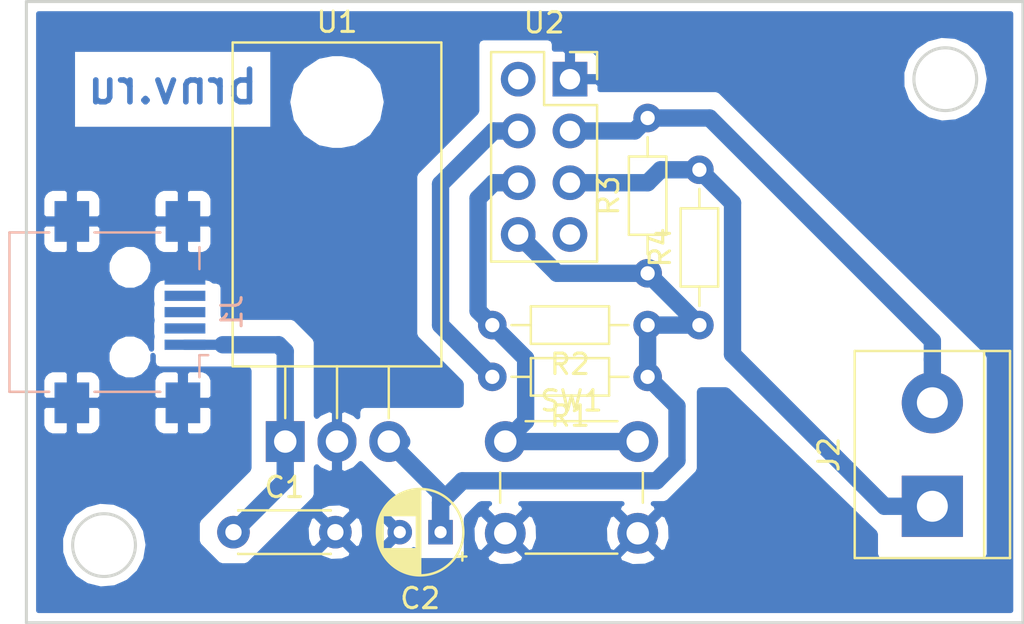
<source format=kicad_pcb>
(kicad_pcb (version 20171130) (host pcbnew "(5.0.0-3-g5ebb6b6)")

  (general
    (thickness 1.5)
    (drawings 7)
    (tracks 48)
    (zones 0)
    (modules 11)
    (nets 13)
  )

  (page A4)
  (layers
    (0 F.Cu signal)
    (31 B.Cu signal)
    (32 B.Adhes user hide)
    (33 F.Adhes user)
    (34 B.Paste user hide)
    (35 F.Paste user)
    (36 B.SilkS user hide)
    (37 F.SilkS user hide)
    (38 B.Mask user hide)
    (39 F.Mask user hide)
    (40 Dwgs.User user)
    (41 Cmts.User user)
    (42 Eco1.User user)
    (43 Eco2.User user)
    (44 Edge.Cuts user)
    (45 Margin user)
    (46 B.CrtYd user)
    (47 F.CrtYd user)
    (48 B.Fab user hide)
    (49 F.Fab user hide)
  )

  (setup
    (last_trace_width 0.85)
    (user_trace_width 0.5)
    (user_trace_width 0.85)
    (user_trace_width 1)
    (user_trace_width 1.5)
    (user_trace_width 2)
    (user_trace_width 2.5)
    (trace_clearance 0.5)
    (zone_clearance 0.4)
    (zone_45_only yes)
    (trace_min 0.2)
    (segment_width 0.2)
    (edge_width 0.15)
    (via_size 0.8)
    (via_drill 0.4)
    (via_min_size 0.4)
    (via_min_drill 0.3)
    (uvia_size 0.3)
    (uvia_drill 0.1)
    (uvias_allowed no)
    (uvia_min_size 0.2)
    (uvia_min_drill 0.1)
    (pcb_text_width 0.3)
    (pcb_text_size 1.5 1.5)
    (mod_edge_width 0.15)
    (mod_text_size 1 1)
    (mod_text_width 0.15)
    (pad_size 0.5 2)
    (pad_drill 0)
    (pad_to_mask_clearance 0.2)
    (aux_axis_origin 0 0)
    (visible_elements FFFBFF9F)
    (pcbplotparams
      (layerselection 0x00000_fffffffe)
      (usegerberextensions false)
      (usegerberattributes false)
      (usegerberadvancedattributes false)
      (creategerberjobfile false)
      (excludeedgelayer true)
      (linewidth 2.000000)
      (plotframeref false)
      (viasonmask false)
      (mode 1)
      (useauxorigin false)
      (hpglpennumber 1)
      (hpglpenspeed 20)
      (hpglpendiameter 15.000000)
      (psnegative false)
      (psa4output false)
      (plotreference true)
      (plotvalue true)
      (plotinvisibletext true)
      (padsonsilk false)
      (subtractmaskfromsilk false)
      (outputformat 4)
      (mirror true)
      (drillshape 1)
      (scaleselection 1)
      (outputdirectory ""))
  )

  (net 0 "")
  (net 1 "Net-(R1-Pad2)")
  (net 2 Earth)
  (net 3 "Net-(J2-Pad1)")
  (net 4 "Net-(J2-Pad2)")
  (net 5 "Net-(C2-Pad1)")
  (net 6 +5V)
  (net 7 "Net-(J1-Pad2)")
  (net 8 "Net-(J1-Pad3)")
  (net 9 "Net-(J1-Pad4)")
  (net 10 "Net-(R2-Pad2)")
  (net 11 "Net-(U2-Pad8)")
  (net 12 "Net-(U2-Pad1)")

  (net_class Default "This is the default net class."
    (clearance 0.5)
    (trace_width 0.25)
    (via_dia 0.8)
    (via_drill 0.4)
    (uvia_dia 0.3)
    (uvia_drill 0.1)
    (add_net Earth)
    (add_net "Net-(C2-Pad1)")
    (add_net "Net-(J1-Pad2)")
    (add_net "Net-(J1-Pad3)")
    (add_net "Net-(J1-Pad4)")
    (add_net "Net-(J2-Pad1)")
    (add_net "Net-(J2-Pad2)")
    (add_net "Net-(R1-Pad2)")
    (add_net "Net-(R2-Pad2)")
    (add_net "Net-(U2-Pad1)")
    (add_net "Net-(U2-Pad8)")
  )

  (net_class VCC ""
    (clearance 0.2)
    (trace_width 0.25)
    (via_dia 0.8)
    (via_drill 0.4)
    (uvia_dia 0.3)
    (uvia_drill 0.1)
    (add_net +5V)
  )

  (module Connector_USB:USB_Mini-B_Lumberg_2486_01_Horizontal (layer B.Cu) (tedit 5BA0030C) (tstamp 5B9F2E61)
    (at 131.445 98.425 90)
    (descr "USB Mini-B 5-pin SMD connector, http://downloads.lumberg.com/datenblaetter/en/2486_01.pdf")
    (tags "USB USB_B USB_Mini connector")
    (path /5B9D5CB0)
    (attr smd)
    (fp_text reference J1 (at 0 5 90) (layer B.SilkS)
      (effects (font (size 1 1) (thickness 0.15)) (justify mirror))
    )
    (fp_text value USB_B_Mini (at 0 -7.5 90) (layer B.Fab)
      (effects (font (size 1 1) (thickness 0.15)) (justify mirror))
    )
    (fp_line (start 2.35 4.2) (end -2.35 4.2) (layer B.CrtYd) (width 0.05))
    (fp_line (start 2.35 3.95) (end 2.35 4.2) (layer B.CrtYd) (width 0.05))
    (fp_line (start 4.35 -1.5) (end 5.95 -1.5) (layer B.CrtYd) (width 0.05))
    (fp_line (start 4.35 -4.2) (end 5.95 -4.2) (layer B.CrtYd) (width 0.05))
    (fp_line (start 4.35 -6.35) (end 4.35 -4.2) (layer B.CrtYd) (width 0.05))
    (fp_line (start 3.91 -5.91) (end -3.91 -5.91) (layer B.SilkS) (width 0.12))
    (fp_line (start -1.6 2.85) (end -1.25 3.35) (layer B.Fab) (width 0.1))
    (fp_line (start -2.11 3.41) (end -2.11 3.84) (layer B.SilkS) (width 0.12))
    (fp_text user %R (at 0 -1.6 -90) (layer B.Fab)
      (effects (font (size 1 1) (thickness 0.15)) (justify mirror))
    )
    (fp_line (start 3.91 -5.91) (end 3.91 -3.96) (layer B.SilkS) (width 0.12))
    (fp_line (start 3.91 -1.74) (end 3.91 1.49) (layer B.SilkS) (width 0.12))
    (fp_line (start 2.11 3.41) (end 3.19 3.41) (layer B.SilkS) (width 0.12))
    (fp_line (start -3.19 3.41) (end -2.11 3.41) (layer B.SilkS) (width 0.12))
    (fp_line (start -3.91 -1.74) (end -3.91 1.49) (layer B.SilkS) (width 0.12))
    (fp_line (start -3.91 -5.91) (end -3.91 -3.96) (layer B.SilkS) (width 0.12))
    (fp_line (start 3.85 -5.85) (end 3.85 3.35) (layer B.Fab) (width 0.1))
    (fp_line (start -3.85 -5.85) (end 3.85 -5.85) (layer B.Fab) (width 0.1))
    (fp_line (start -3.85 3.35) (end -3.85 -5.85) (layer B.Fab) (width 0.1))
    (fp_line (start -3.85 3.35) (end 3.85 3.35) (layer B.Fab) (width 0.1))
    (fp_line (start -4.35 -6.35) (end 4.35 -6.35) (layer B.CrtYd) (width 0.05))
    (fp_line (start 5.95 3.95) (end 2.35 3.95) (layer B.CrtYd) (width 0.05))
    (fp_line (start 5.95 -1.5) (end 5.95 -4.2) (layer B.CrtYd) (width 0.05))
    (fp_line (start -1.95 3.35) (end -1.6 2.85) (layer B.Fab) (width 0.1))
    (fp_line (start 4.35 1.25) (end 4.35 -1.5) (layer B.CrtYd) (width 0.05))
    (fp_line (start 4.35 1.25) (end 5.95 1.25) (layer B.CrtYd) (width 0.05))
    (fp_line (start 5.95 3.95) (end 5.95 1.25) (layer B.CrtYd) (width 0.05))
    (fp_line (start -2.35 3.95) (end -2.35 4.2) (layer B.CrtYd) (width 0.05))
    (fp_line (start -5.95 3.95) (end -2.35 3.95) (layer B.CrtYd) (width 0.05))
    (fp_line (start -5.95 3.95) (end -5.95 1.25) (layer B.CrtYd) (width 0.05))
    (fp_line (start -4.35 1.25) (end -5.95 1.25) (layer B.CrtYd) (width 0.05))
    (fp_line (start -4.35 1.25) (end -4.35 -1.5) (layer B.CrtYd) (width 0.05))
    (fp_line (start -4.35 -1.5) (end -5.95 -1.5) (layer B.CrtYd) (width 0.05))
    (fp_line (start -5.95 -1.5) (end -5.95 -4.2) (layer B.CrtYd) (width 0.05))
    (fp_line (start -4.35 -4.2) (end -5.95 -4.2) (layer B.CrtYd) (width 0.05))
    (fp_line (start -4.35 -6.35) (end -4.35 -4.2) (layer B.CrtYd) (width 0.05))
    (pad 1 smd rect (at -1.6 2.7 90) (size 0.5 2) (layers B.Cu B.Paste B.Mask)
      (net 6 +5V) (clearance 0.2))
    (pad 2 smd rect (at -0.8 2.7 90) (size 0.5 2) (layers B.Cu B.Paste B.Mask)
      (net 7 "Net-(J1-Pad2)") (clearance 0.2))
    (pad 3 smd rect (at 0 2.7 90) (size 0.5 2) (layers B.Cu B.Paste B.Mask)
      (net 8 "Net-(J1-Pad3)") (clearance 0.2))
    (pad 4 smd rect (at 0.8 2.7 90) (size 0.5 2) (layers B.Cu B.Paste B.Mask)
      (net 9 "Net-(J1-Pad4)") (solder_mask_margin 0.2) (solder_paste_margin -0.2) (clearance 0.2) (zone_connect 2) (thermal_width 0.1) (thermal_gap 0.1))
    (pad 5 smd rect (at 1.6 2.7 90) (size 0.5 2) (layers B.Cu B.Paste B.Mask)
      (net 2 Earth) (clearance 0.2) (zone_connect 2))
    (pad 6 smd rect (at -4.45 2.6 90) (size 2 1.7) (layers B.Cu B.Paste B.Mask)
      (net 2 Earth))
    (pad 6 smd rect (at -4.45 -2.85 90) (size 2 1.7) (layers B.Cu B.Paste B.Mask)
      (net 2 Earth))
    (pad 6 smd rect (at 4.45 2.6 90) (size 2 1.7) (layers B.Cu B.Paste B.Mask)
      (net 2 Earth))
    (pad 6 smd rect (at 4.45 -2.85 90) (size 2 1.7) (layers B.Cu B.Paste B.Mask)
      (net 2 Earth))
    (pad "" np_thru_hole circle (at -2.2 0 90) (size 1 1) (drill 1) (layers *.Cu *.Mask))
    (pad "" np_thru_hole circle (at 2.2 0 90) (size 1 1) (drill 1) (layers *.Cu *.Mask))
    (model ${KISYS3DMOD}/Connector_USB.3dshapes/USB_Mini-B_Lumberg_2486_01_Horizontal.wrl
      (at (xyz 0 0 0))
      (scale (xyz 1 1 1))
      (rotate (xyz 0 0 0))
    )
  )

  (module Capacitor_THT:C_Disc_D4.3mm_W1.9mm_P5.00mm (layer F.Cu) (tedit 5AE50EF0) (tstamp 5B9FF529)
    (at 136.525 109.22)
    (descr "C, Disc series, Radial, pin pitch=5.00mm, , diameter*width=4.3*1.9mm^2, Capacitor, http://www.vishay.com/docs/45233/krseries.pdf")
    (tags "C Disc series Radial pin pitch 5.00mm  diameter 4.3mm width 1.9mm Capacitor")
    (path /5B9D01B4)
    (fp_text reference C1 (at 2.5 -2.2) (layer F.SilkS)
      (effects (font (size 1 1) (thickness 0.15)))
    )
    (fp_text value C0.1mF (at 2.5 2.2) (layer F.Fab)
      (effects (font (size 1 1) (thickness 0.15)))
    )
    (fp_text user %R (at 2.5 0) (layer F.Fab)
      (effects (font (size 0.86 0.86) (thickness 0.129)))
    )
    (fp_line (start 6.05 -1.2) (end -1.05 -1.2) (layer F.CrtYd) (width 0.05))
    (fp_line (start 6.05 1.2) (end 6.05 -1.2) (layer F.CrtYd) (width 0.05))
    (fp_line (start -1.05 1.2) (end 6.05 1.2) (layer F.CrtYd) (width 0.05))
    (fp_line (start -1.05 -1.2) (end -1.05 1.2) (layer F.CrtYd) (width 0.05))
    (fp_line (start 4.77 1.055) (end 4.77 1.07) (layer F.SilkS) (width 0.12))
    (fp_line (start 4.77 -1.07) (end 4.77 -1.055) (layer F.SilkS) (width 0.12))
    (fp_line (start 0.23 1.055) (end 0.23 1.07) (layer F.SilkS) (width 0.12))
    (fp_line (start 0.23 -1.07) (end 0.23 -1.055) (layer F.SilkS) (width 0.12))
    (fp_line (start 0.23 1.07) (end 4.77 1.07) (layer F.SilkS) (width 0.12))
    (fp_line (start 0.23 -1.07) (end 4.77 -1.07) (layer F.SilkS) (width 0.12))
    (fp_line (start 4.65 -0.95) (end 0.35 -0.95) (layer F.Fab) (width 0.1))
    (fp_line (start 4.65 0.95) (end 4.65 -0.95) (layer F.Fab) (width 0.1))
    (fp_line (start 0.35 0.95) (end 4.65 0.95) (layer F.Fab) (width 0.1))
    (fp_line (start 0.35 -0.95) (end 0.35 0.95) (layer F.Fab) (width 0.1))
    (pad 2 thru_hole circle (at 5 0) (size 1.6 1.6) (drill 0.8) (layers *.Cu *.Mask)
      (net 2 Earth))
    (pad 1 thru_hole circle (at 0 0) (size 1.6 1.6) (drill 0.8) (layers *.Cu *.Mask)
      (net 6 +5V))
    (model ${KISYS3DMOD}/Capacitor_THT.3dshapes/C_Disc_D4.3mm_W1.9mm_P5.00mm.wrl
      (at (xyz 0 0 0))
      (scale (xyz 1 1 1))
      (rotate (xyz 0 0 0))
    )
  )

  (module Connector_PinSocket_2.54mm:PinSocket_2x04_P2.54mm_Vertical_Flip (layer F.Cu) (tedit 5B9CB6EA) (tstamp 5B9D8CC9)
    (at 153.035 86.995)
    (descr "Through hole straight socket strip, 2x04, 2.54mm pitch, double cols (from Kicad 4.0.7), script generated")
    (tags "Through hole socket strip THT 2x04 2.54mm double row")
    (path /5B9CAEC8)
    (fp_text reference U2 (at -1.27 -2.77) (layer F.SilkS)
      (effects (font (size 1 1) (thickness 0.15)))
    )
    (fp_text value ESP-01v090 (at -1.27 10.39) (layer F.Fab)
      (effects (font (size 1 1) (thickness 0.15)))
    )
    (fp_text user %R (at -1.27 3.81 90) (layer F.Fab)
      (effects (font (size 1 1) (thickness 0.15)))
    )
    (fp_line (start -4.34 9.4) (end -4.34 -1.8) (layer F.CrtYd) (width 0.05))
    (fp_line (start 1.76 9.4) (end -4.34 9.4) (layer F.CrtYd) (width 0.05))
    (fp_line (start 1.76 -1.8) (end 1.76 9.4) (layer F.CrtYd) (width 0.05))
    (fp_line (start -4.34 -1.8) (end 1.76 -1.8) (layer F.CrtYd) (width 0.05))
    (fp_line (start 0 -1.33) (end 1.33 -1.33) (layer F.SilkS) (width 0.12))
    (fp_line (start 1.33 -1.33) (end 1.33 0) (layer F.SilkS) (width 0.12))
    (fp_line (start -1.27 -1.33) (end -1.27 1.27) (layer F.SilkS) (width 0.12))
    (fp_line (start -1.27 1.27) (end 1.33 1.27) (layer F.SilkS) (width 0.12))
    (fp_line (start 1.33 1.27) (end 1.33 8.95) (layer F.SilkS) (width 0.12))
    (fp_line (start -3.87 8.95) (end 1.33 8.95) (layer F.SilkS) (width 0.12))
    (fp_line (start -3.87 -1.33) (end -3.87 8.95) (layer F.SilkS) (width 0.12))
    (fp_line (start -3.87 -1.33) (end -1.27 -1.33) (layer F.SilkS) (width 0.12))
    (fp_line (start -3.81 8.89) (end -3.81 -1.27) (layer F.Fab) (width 0.1))
    (fp_line (start 1.27 8.89) (end -3.81 8.89) (layer F.Fab) (width 0.1))
    (fp_line (start 1.27 -0.27) (end 1.27 8.89) (layer F.Fab) (width 0.1))
    (fp_line (start 0.27 -1.27) (end 1.27 -0.27) (layer F.Fab) (width 0.1))
    (fp_line (start -3.81 -1.27) (end 0.27 -1.27) (layer F.Fab) (width 0.1))
    (pad 7 thru_hole oval (at -2.54 7.62) (size 1.7 1.7) (drill 1) (layers *.Cu *.Mask)
      (net 5 "Net-(C2-Pad1)"))
    (pad 8 thru_hole oval (at 0 7.62) (size 1.7 1.7) (drill 1) (layers *.Cu *.Mask)
      (net 11 "Net-(U2-Pad8)"))
    (pad 5 thru_hole oval (at -2.54 5.08) (size 1.7 1.7) (drill 1) (layers *.Cu *.Mask)
      (net 10 "Net-(R2-Pad2)"))
    (pad 6 thru_hole oval (at 0 5.08) (size 1.7 1.7) (drill 1) (layers *.Cu *.Mask)
      (net 4 "Net-(J2-Pad2)"))
    (pad 3 thru_hole oval (at -2.54 2.54) (size 1.7 1.7) (drill 1) (layers *.Cu *.Mask)
      (net 1 "Net-(R1-Pad2)"))
    (pad 4 thru_hole oval (at 0 2.54) (size 1.7 1.7) (drill 1) (layers *.Cu *.Mask)
      (net 3 "Net-(J2-Pad1)"))
    (pad 1 thru_hole oval (at -2.54 0) (size 1.7 1.7) (drill 1) (layers *.Cu *.Mask)
      (net 12 "Net-(U2-Pad1)"))
    (pad 2 thru_hole rect (at 0 0) (size 1.7 1.7) (drill 1) (layers *.Cu *.Mask)
      (net 2 Earth))
    (model ${KISYS3DMOD}/Connector_PinSocket_2.54mm.3dshapes/PinSocket_2x04_P2.54mm_Vertical.wrl
      (at (xyz 0 0 0))
      (scale (xyz 1 1 1))
      (rotate (xyz 0 0 0))
    )
  )

  (module Package_TO_SOT_THT:TO-220-3_Horizontal_TabDown (layer F.Cu) (tedit 5AC8BA0D) (tstamp 5B9D8C48)
    (at 139.065 104.775)
    (descr "TO-220-3, Horizontal, RM 2.54mm, see https://www.vishay.com/docs/66542/to-220-1.pdf")
    (tags "TO-220-3 Horizontal RM 2.54mm")
    (path /5B9CFE45)
    (fp_text reference U1 (at 2.54 -20.58) (layer F.SilkS)
      (effects (font (size 1 1) (thickness 0.15)))
    )
    (fp_text value LM2937xS (at 2.54 2) (layer F.Fab)
      (effects (font (size 1 1) (thickness 0.15)))
    )
    (fp_circle (center 2.54 -16.66) (end 4.39 -16.66) (layer F.Fab) (width 0.1))
    (fp_line (start -2.46 -13.06) (end -2.46 -19.46) (layer F.Fab) (width 0.1))
    (fp_line (start -2.46 -19.46) (end 7.54 -19.46) (layer F.Fab) (width 0.1))
    (fp_line (start 7.54 -19.46) (end 7.54 -13.06) (layer F.Fab) (width 0.1))
    (fp_line (start 7.54 -13.06) (end -2.46 -13.06) (layer F.Fab) (width 0.1))
    (fp_line (start -2.46 -3.81) (end -2.46 -13.06) (layer F.Fab) (width 0.1))
    (fp_line (start -2.46 -13.06) (end 7.54 -13.06) (layer F.Fab) (width 0.1))
    (fp_line (start 7.54 -13.06) (end 7.54 -3.81) (layer F.Fab) (width 0.1))
    (fp_line (start 7.54 -3.81) (end -2.46 -3.81) (layer F.Fab) (width 0.1))
    (fp_line (start 0 -3.81) (end 0 0) (layer F.Fab) (width 0.1))
    (fp_line (start 2.54 -3.81) (end 2.54 0) (layer F.Fab) (width 0.1))
    (fp_line (start 5.08 -3.81) (end 5.08 0) (layer F.Fab) (width 0.1))
    (fp_line (start -2.58 -3.69) (end 7.66 -3.69) (layer F.SilkS) (width 0.12))
    (fp_line (start -2.58 -19.58) (end 7.66 -19.58) (layer F.SilkS) (width 0.12))
    (fp_line (start -2.58 -19.58) (end -2.58 -3.69) (layer F.SilkS) (width 0.12))
    (fp_line (start 7.66 -19.58) (end 7.66 -3.69) (layer F.SilkS) (width 0.12))
    (fp_line (start 0 -3.69) (end 0 -1.15) (layer F.SilkS) (width 0.12))
    (fp_line (start 2.54 -3.69) (end 2.54 -1.15) (layer F.SilkS) (width 0.12))
    (fp_line (start 5.08 -3.69) (end 5.08 -1.15) (layer F.SilkS) (width 0.12))
    (fp_line (start -2.71 -19.71) (end -2.71 1.25) (layer F.CrtYd) (width 0.05))
    (fp_line (start -2.71 1.25) (end 7.79 1.25) (layer F.CrtYd) (width 0.05))
    (fp_line (start 7.79 1.25) (end 7.79 -19.71) (layer F.CrtYd) (width 0.05))
    (fp_line (start 7.79 -19.71) (end -2.71 -19.71) (layer F.CrtYd) (width 0.05))
    (fp_text user %R (at 2.54 -20.58) (layer F.Fab)
      (effects (font (size 1 1) (thickness 0.15)))
    )
    (pad "" np_thru_hole oval (at 2.54 -16.66) (size 3.5 3.5) (drill 3.5) (layers *.Cu *.Mask))
    (pad 1 thru_hole rect (at 0 0) (size 1.905 2) (drill 1.1) (layers *.Cu *.Mask)
      (net 6 +5V))
    (pad 2 thru_hole oval (at 2.54 0) (size 1.905 2) (drill 1.1) (layers *.Cu *.Mask)
      (net 2 Earth))
    (pad 3 thru_hole oval (at 5.08 0) (size 1.905 2) (drill 1.1) (layers *.Cu *.Mask)
      (net 5 "Net-(C2-Pad1)"))
    (model ${KISYS3DMOD}/Package_TO_SOT_THT.3dshapes/TO-220-3_Horizontal_TabDown.wrl
      (at (xyz 0 0 0))
      (scale (xyz 1 1 1))
      (rotate (xyz 0 0 0))
    )
  )

  (module Button_Switch_THT:SW_PUSH_6mm_H5mm (layer F.Cu) (tedit 5A02FE31) (tstamp 5BA180EB)
    (at 149.86 104.775)
    (descr "tactile push button, 6x6mm e.g. PHAP33xx series, height=5mm")
    (tags "tact sw push 6mm")
    (path /5B9DBDCA)
    (fp_text reference SW1 (at 3.25 -2) (layer F.SilkS)
      (effects (font (size 1 1) (thickness 0.15)))
    )
    (fp_text value SW_Push (at 3.75 6.7) (layer F.Fab)
      (effects (font (size 1 1) (thickness 0.15)))
    )
    (fp_text user %R (at 3.25 2.25) (layer F.Fab)
      (effects (font (size 1 1) (thickness 0.15)))
    )
    (fp_line (start 3.25 -0.75) (end 6.25 -0.75) (layer F.Fab) (width 0.1))
    (fp_line (start 6.25 -0.75) (end 6.25 5.25) (layer F.Fab) (width 0.1))
    (fp_line (start 6.25 5.25) (end 0.25 5.25) (layer F.Fab) (width 0.1))
    (fp_line (start 0.25 5.25) (end 0.25 -0.75) (layer F.Fab) (width 0.1))
    (fp_line (start 0.25 -0.75) (end 3.25 -0.75) (layer F.Fab) (width 0.1))
    (fp_line (start 7.75 6) (end 8 6) (layer F.CrtYd) (width 0.05))
    (fp_line (start 8 6) (end 8 5.75) (layer F.CrtYd) (width 0.05))
    (fp_line (start 7.75 -1.5) (end 8 -1.5) (layer F.CrtYd) (width 0.05))
    (fp_line (start 8 -1.5) (end 8 -1.25) (layer F.CrtYd) (width 0.05))
    (fp_line (start -1.5 -1.25) (end -1.5 -1.5) (layer F.CrtYd) (width 0.05))
    (fp_line (start -1.5 -1.5) (end -1.25 -1.5) (layer F.CrtYd) (width 0.05))
    (fp_line (start -1.5 5.75) (end -1.5 6) (layer F.CrtYd) (width 0.05))
    (fp_line (start -1.5 6) (end -1.25 6) (layer F.CrtYd) (width 0.05))
    (fp_line (start -1.25 -1.5) (end 7.75 -1.5) (layer F.CrtYd) (width 0.05))
    (fp_line (start -1.5 5.75) (end -1.5 -1.25) (layer F.CrtYd) (width 0.05))
    (fp_line (start 7.75 6) (end -1.25 6) (layer F.CrtYd) (width 0.05))
    (fp_line (start 8 -1.25) (end 8 5.75) (layer F.CrtYd) (width 0.05))
    (fp_line (start 1 5.5) (end 5.5 5.5) (layer F.SilkS) (width 0.12))
    (fp_line (start -0.25 1.5) (end -0.25 3) (layer F.SilkS) (width 0.12))
    (fp_line (start 5.5 -1) (end 1 -1) (layer F.SilkS) (width 0.12))
    (fp_line (start 6.75 3) (end 6.75 1.5) (layer F.SilkS) (width 0.12))
    (fp_circle (center 3.25 2.25) (end 1.25 2.5) (layer F.Fab) (width 0.1))
    (pad 2 thru_hole circle (at 0 4.5 90) (size 2 2) (drill 1.1) (layers *.Cu *.Mask)
      (net 2 Earth))
    (pad 1 thru_hole circle (at 0 0 90) (size 2 2) (drill 1.1) (layers *.Cu *.Mask)
      (net 10 "Net-(R2-Pad2)"))
    (pad 2 thru_hole circle (at 6.5 4.5 90) (size 2 2) (drill 1.1) (layers *.Cu *.Mask)
      (net 2 Earth))
    (pad 1 thru_hole circle (at 6.5 0 90) (size 2 2) (drill 1.1) (layers *.Cu *.Mask)
      (net 10 "Net-(R2-Pad2)"))
    (model ${KISYS3DMOD}/Button_Switch_THT.3dshapes/SW_PUSH_6mm_H5mm.wrl
      (at (xyz 0 0 0))
      (scale (xyz 1 1 1))
      (rotate (xyz 0 0 0))
    )
  )

  (module Resistor_THT:R_Axial_DIN0204_L3.6mm_D1.6mm_P7.62mm_Horizontal (layer F.Cu) (tedit 5AE5139B) (tstamp 5B9DF1EC)
    (at 159.385 99.06 90)
    (descr "Resistor, Axial_DIN0204 series, Axial, Horizontal, pin pitch=7.62mm, 0.167W, length*diameter=3.6*1.6mm^2, http://cdn-reichelt.de/documents/datenblatt/B400/1_4W%23YAG.pdf")
    (tags "Resistor Axial_DIN0204 series Axial Horizontal pin pitch 7.62mm 0.167W length 3.6mm diameter 1.6mm")
    (path /5B9CA7C2)
    (fp_text reference R4 (at 3.81 -1.92 90) (layer F.SilkS)
      (effects (font (size 1 1) (thickness 0.15)))
    )
    (fp_text value R10k (at 3.81 1.92 90) (layer F.Fab)
      (effects (font (size 1 1) (thickness 0.15)))
    )
    (fp_line (start 2.01 -0.8) (end 2.01 0.8) (layer F.Fab) (width 0.1))
    (fp_line (start 2.01 0.8) (end 5.61 0.8) (layer F.Fab) (width 0.1))
    (fp_line (start 5.61 0.8) (end 5.61 -0.8) (layer F.Fab) (width 0.1))
    (fp_line (start 5.61 -0.8) (end 2.01 -0.8) (layer F.Fab) (width 0.1))
    (fp_line (start 0 0) (end 2.01 0) (layer F.Fab) (width 0.1))
    (fp_line (start 7.62 0) (end 5.61 0) (layer F.Fab) (width 0.1))
    (fp_line (start 1.89 -0.92) (end 1.89 0.92) (layer F.SilkS) (width 0.12))
    (fp_line (start 1.89 0.92) (end 5.73 0.92) (layer F.SilkS) (width 0.12))
    (fp_line (start 5.73 0.92) (end 5.73 -0.92) (layer F.SilkS) (width 0.12))
    (fp_line (start 5.73 -0.92) (end 1.89 -0.92) (layer F.SilkS) (width 0.12))
    (fp_line (start 0.94 0) (end 1.89 0) (layer F.SilkS) (width 0.12))
    (fp_line (start 6.68 0) (end 5.73 0) (layer F.SilkS) (width 0.12))
    (fp_line (start -0.95 -1.05) (end -0.95 1.05) (layer F.CrtYd) (width 0.05))
    (fp_line (start -0.95 1.05) (end 8.57 1.05) (layer F.CrtYd) (width 0.05))
    (fp_line (start 8.57 1.05) (end 8.57 -1.05) (layer F.CrtYd) (width 0.05))
    (fp_line (start 8.57 -1.05) (end -0.95 -1.05) (layer F.CrtYd) (width 0.05))
    (fp_text user %R (at 3.81 0 90) (layer F.Fab)
      (effects (font (size 0.72 0.72) (thickness 0.108)))
    )
    (pad 1 thru_hole circle (at 0 0 90) (size 1.4 1.4) (drill 0.7) (layers *.Cu *.Mask)
      (net 5 "Net-(C2-Pad1)"))
    (pad 2 thru_hole oval (at 7.62 0 90) (size 1.4 1.4) (drill 0.7) (layers *.Cu *.Mask)
      (net 4 "Net-(J2-Pad2)"))
    (model ${KISYS3DMOD}/Resistor_THT.3dshapes/R_Axial_DIN0204_L3.6mm_D1.6mm_P7.62mm_Horizontal.wrl
      (at (xyz 0 0 0))
      (scale (xyz 1 1 1))
      (rotate (xyz 0 0 0))
    )
  )

  (module TerminalBlock:TerminalBlock_bornier-2_P5.08mm (layer F.Cu) (tedit 5B9CB840) (tstamp 5B9DF1AE)
    (at 170.815 107.95 90)
    (descr "simple 2-pin terminal block, pitch 5.08mm, revamped version of bornier2")
    (tags "terminal block bornier2")
    (path /5B9CFFB5)
    (fp_text reference J2 (at 2.54 -5.08 90) (layer F.SilkS)
      (effects (font (size 1 1) (thickness 0.15)))
    )
    (fp_text value Screw_Terminal_01x02 (at 2.54 5.08 90) (layer F.Fab)
      (effects (font (size 1 1) (thickness 0.15)))
    )
    (fp_text user %R (at 2.54 0 90) (layer F.Fab)
      (effects (font (size 1 1) (thickness 0.15)))
    )
    (fp_line (start -2.41 2.55) (end 7.49 2.55) (layer F.Fab) (width 0.1))
    (fp_line (start -2.46 -3.75) (end -2.46 3.75) (layer F.Fab) (width 0.1))
    (fp_line (start -2.46 3.75) (end 7.54 3.75) (layer F.Fab) (width 0.1))
    (fp_line (start 7.54 3.75) (end 7.54 -3.75) (layer F.Fab) (width 0.1))
    (fp_line (start 7.54 -3.75) (end -2.46 -3.75) (layer F.Fab) (width 0.1))
    (fp_line (start 7.62 2.54) (end -2.54 2.54) (layer F.SilkS) (width 0.12))
    (fp_line (start 7.62 3.81) (end 7.62 -3.81) (layer F.SilkS) (width 0.12))
    (fp_line (start 7.62 -3.81) (end -2.54 -3.81) (layer F.SilkS) (width 0.12))
    (fp_line (start -2.54 -3.81) (end -2.54 3.81) (layer F.SilkS) (width 0.12))
    (fp_line (start -2.54 3.81) (end 7.62 3.81) (layer F.SilkS) (width 0.12))
    (fp_line (start -2.71 -4) (end 7.79 -4) (layer F.CrtYd) (width 0.05))
    (fp_line (start -2.71 -4) (end -2.71 4) (layer F.CrtYd) (width 0.05))
    (fp_line (start 7.79 4) (end 7.79 -4) (layer F.CrtYd) (width 0.05))
    (fp_line (start 7.79 4) (end -2.71 4) (layer F.CrtYd) (width 0.05))
    (pad 2 thru_hole rect (at 0 0 90) (size 3 3) (drill 1.52) (layers *.Cu *.Mask)
      (net 4 "Net-(J2-Pad2)"))
    (pad 1 thru_hole circle (at 5.08 0 90) (size 3 3) (drill 1.52) (layers *.Cu *.Mask)
      (net 3 "Net-(J2-Pad1)"))
    (model ${KISYS3DMOD}/TerminalBlock.3dshapes/TerminalBlock_bornier-2_P5.08mm.wrl
      (offset (xyz 2.539999961853027 0 0))
      (scale (xyz 1 1 1))
      (rotate (xyz 0 0 0))
    )
  )

  (module Capacitor_THT:CP_Radial_D4.0mm_P2.00mm (layer F.Cu) (tedit 5AE50EF0) (tstamp 5B9F2F31)
    (at 146.685 109.22 180)
    (descr "CP, Radial series, Radial, pin pitch=2.00mm, , diameter=4mm, Electrolytic Capacitor")
    (tags "CP Radial series Radial pin pitch 2.00mm  diameter 4mm Electrolytic Capacitor")
    (path /5B9D02DB)
    (fp_text reference C2 (at 1 -3.25 180) (layer F.SilkS)
      (effects (font (size 1 1) (thickness 0.15)))
    )
    (fp_text value CP10mF (at 1 3.25 180) (layer F.Fab)
      (effects (font (size 1 1) (thickness 0.15)))
    )
    (fp_circle (center 1 0) (end 3 0) (layer F.Fab) (width 0.1))
    (fp_circle (center 1 0) (end 3.12 0) (layer F.SilkS) (width 0.12))
    (fp_circle (center 1 0) (end 3.25 0) (layer F.CrtYd) (width 0.05))
    (fp_line (start -0.702554 -0.8675) (end -0.302554 -0.8675) (layer F.Fab) (width 0.1))
    (fp_line (start -0.502554 -1.0675) (end -0.502554 -0.6675) (layer F.Fab) (width 0.1))
    (fp_line (start 1 -2.08) (end 1 2.08) (layer F.SilkS) (width 0.12))
    (fp_line (start 1.04 -2.08) (end 1.04 2.08) (layer F.SilkS) (width 0.12))
    (fp_line (start 1.08 -2.079) (end 1.08 2.079) (layer F.SilkS) (width 0.12))
    (fp_line (start 1.12 -2.077) (end 1.12 2.077) (layer F.SilkS) (width 0.12))
    (fp_line (start 1.16 -2.074) (end 1.16 2.074) (layer F.SilkS) (width 0.12))
    (fp_line (start 1.2 -2.071) (end 1.2 -0.84) (layer F.SilkS) (width 0.12))
    (fp_line (start 1.2 0.84) (end 1.2 2.071) (layer F.SilkS) (width 0.12))
    (fp_line (start 1.24 -2.067) (end 1.24 -0.84) (layer F.SilkS) (width 0.12))
    (fp_line (start 1.24 0.84) (end 1.24 2.067) (layer F.SilkS) (width 0.12))
    (fp_line (start 1.28 -2.062) (end 1.28 -0.84) (layer F.SilkS) (width 0.12))
    (fp_line (start 1.28 0.84) (end 1.28 2.062) (layer F.SilkS) (width 0.12))
    (fp_line (start 1.32 -2.056) (end 1.32 -0.84) (layer F.SilkS) (width 0.12))
    (fp_line (start 1.32 0.84) (end 1.32 2.056) (layer F.SilkS) (width 0.12))
    (fp_line (start 1.36 -2.05) (end 1.36 -0.84) (layer F.SilkS) (width 0.12))
    (fp_line (start 1.36 0.84) (end 1.36 2.05) (layer F.SilkS) (width 0.12))
    (fp_line (start 1.4 -2.042) (end 1.4 -0.84) (layer F.SilkS) (width 0.12))
    (fp_line (start 1.4 0.84) (end 1.4 2.042) (layer F.SilkS) (width 0.12))
    (fp_line (start 1.44 -2.034) (end 1.44 -0.84) (layer F.SilkS) (width 0.12))
    (fp_line (start 1.44 0.84) (end 1.44 2.034) (layer F.SilkS) (width 0.12))
    (fp_line (start 1.48 -2.025) (end 1.48 -0.84) (layer F.SilkS) (width 0.12))
    (fp_line (start 1.48 0.84) (end 1.48 2.025) (layer F.SilkS) (width 0.12))
    (fp_line (start 1.52 -2.016) (end 1.52 -0.84) (layer F.SilkS) (width 0.12))
    (fp_line (start 1.52 0.84) (end 1.52 2.016) (layer F.SilkS) (width 0.12))
    (fp_line (start 1.56 -2.005) (end 1.56 -0.84) (layer F.SilkS) (width 0.12))
    (fp_line (start 1.56 0.84) (end 1.56 2.005) (layer F.SilkS) (width 0.12))
    (fp_line (start 1.6 -1.994) (end 1.6 -0.84) (layer F.SilkS) (width 0.12))
    (fp_line (start 1.6 0.84) (end 1.6 1.994) (layer F.SilkS) (width 0.12))
    (fp_line (start 1.64 -1.982) (end 1.64 -0.84) (layer F.SilkS) (width 0.12))
    (fp_line (start 1.64 0.84) (end 1.64 1.982) (layer F.SilkS) (width 0.12))
    (fp_line (start 1.68 -1.968) (end 1.68 -0.84) (layer F.SilkS) (width 0.12))
    (fp_line (start 1.68 0.84) (end 1.68 1.968) (layer F.SilkS) (width 0.12))
    (fp_line (start 1.721 -1.954) (end 1.721 -0.84) (layer F.SilkS) (width 0.12))
    (fp_line (start 1.721 0.84) (end 1.721 1.954) (layer F.SilkS) (width 0.12))
    (fp_line (start 1.761 -1.94) (end 1.761 -0.84) (layer F.SilkS) (width 0.12))
    (fp_line (start 1.761 0.84) (end 1.761 1.94) (layer F.SilkS) (width 0.12))
    (fp_line (start 1.801 -1.924) (end 1.801 -0.84) (layer F.SilkS) (width 0.12))
    (fp_line (start 1.801 0.84) (end 1.801 1.924) (layer F.SilkS) (width 0.12))
    (fp_line (start 1.841 -1.907) (end 1.841 -0.84) (layer F.SilkS) (width 0.12))
    (fp_line (start 1.841 0.84) (end 1.841 1.907) (layer F.SilkS) (width 0.12))
    (fp_line (start 1.881 -1.889) (end 1.881 -0.84) (layer F.SilkS) (width 0.12))
    (fp_line (start 1.881 0.84) (end 1.881 1.889) (layer F.SilkS) (width 0.12))
    (fp_line (start 1.921 -1.87) (end 1.921 -0.84) (layer F.SilkS) (width 0.12))
    (fp_line (start 1.921 0.84) (end 1.921 1.87) (layer F.SilkS) (width 0.12))
    (fp_line (start 1.961 -1.851) (end 1.961 -0.84) (layer F.SilkS) (width 0.12))
    (fp_line (start 1.961 0.84) (end 1.961 1.851) (layer F.SilkS) (width 0.12))
    (fp_line (start 2.001 -1.83) (end 2.001 -0.84) (layer F.SilkS) (width 0.12))
    (fp_line (start 2.001 0.84) (end 2.001 1.83) (layer F.SilkS) (width 0.12))
    (fp_line (start 2.041 -1.808) (end 2.041 -0.84) (layer F.SilkS) (width 0.12))
    (fp_line (start 2.041 0.84) (end 2.041 1.808) (layer F.SilkS) (width 0.12))
    (fp_line (start 2.081 -1.785) (end 2.081 -0.84) (layer F.SilkS) (width 0.12))
    (fp_line (start 2.081 0.84) (end 2.081 1.785) (layer F.SilkS) (width 0.12))
    (fp_line (start 2.121 -1.76) (end 2.121 -0.84) (layer F.SilkS) (width 0.12))
    (fp_line (start 2.121 0.84) (end 2.121 1.76) (layer F.SilkS) (width 0.12))
    (fp_line (start 2.161 -1.735) (end 2.161 -0.84) (layer F.SilkS) (width 0.12))
    (fp_line (start 2.161 0.84) (end 2.161 1.735) (layer F.SilkS) (width 0.12))
    (fp_line (start 2.201 -1.708) (end 2.201 -0.84) (layer F.SilkS) (width 0.12))
    (fp_line (start 2.201 0.84) (end 2.201 1.708) (layer F.SilkS) (width 0.12))
    (fp_line (start 2.241 -1.68) (end 2.241 -0.84) (layer F.SilkS) (width 0.12))
    (fp_line (start 2.241 0.84) (end 2.241 1.68) (layer F.SilkS) (width 0.12))
    (fp_line (start 2.281 -1.65) (end 2.281 -0.84) (layer F.SilkS) (width 0.12))
    (fp_line (start 2.281 0.84) (end 2.281 1.65) (layer F.SilkS) (width 0.12))
    (fp_line (start 2.321 -1.619) (end 2.321 -0.84) (layer F.SilkS) (width 0.12))
    (fp_line (start 2.321 0.84) (end 2.321 1.619) (layer F.SilkS) (width 0.12))
    (fp_line (start 2.361 -1.587) (end 2.361 -0.84) (layer F.SilkS) (width 0.12))
    (fp_line (start 2.361 0.84) (end 2.361 1.587) (layer F.SilkS) (width 0.12))
    (fp_line (start 2.401 -1.552) (end 2.401 -0.84) (layer F.SilkS) (width 0.12))
    (fp_line (start 2.401 0.84) (end 2.401 1.552) (layer F.SilkS) (width 0.12))
    (fp_line (start 2.441 -1.516) (end 2.441 -0.84) (layer F.SilkS) (width 0.12))
    (fp_line (start 2.441 0.84) (end 2.441 1.516) (layer F.SilkS) (width 0.12))
    (fp_line (start 2.481 -1.478) (end 2.481 -0.84) (layer F.SilkS) (width 0.12))
    (fp_line (start 2.481 0.84) (end 2.481 1.478) (layer F.SilkS) (width 0.12))
    (fp_line (start 2.521 -1.438) (end 2.521 -0.84) (layer F.SilkS) (width 0.12))
    (fp_line (start 2.521 0.84) (end 2.521 1.438) (layer F.SilkS) (width 0.12))
    (fp_line (start 2.561 -1.396) (end 2.561 -0.84) (layer F.SilkS) (width 0.12))
    (fp_line (start 2.561 0.84) (end 2.561 1.396) (layer F.SilkS) (width 0.12))
    (fp_line (start 2.601 -1.351) (end 2.601 -0.84) (layer F.SilkS) (width 0.12))
    (fp_line (start 2.601 0.84) (end 2.601 1.351) (layer F.SilkS) (width 0.12))
    (fp_line (start 2.641 -1.304) (end 2.641 -0.84) (layer F.SilkS) (width 0.12))
    (fp_line (start 2.641 0.84) (end 2.641 1.304) (layer F.SilkS) (width 0.12))
    (fp_line (start 2.681 -1.254) (end 2.681 -0.84) (layer F.SilkS) (width 0.12))
    (fp_line (start 2.681 0.84) (end 2.681 1.254) (layer F.SilkS) (width 0.12))
    (fp_line (start 2.721 -1.2) (end 2.721 -0.84) (layer F.SilkS) (width 0.12))
    (fp_line (start 2.721 0.84) (end 2.721 1.2) (layer F.SilkS) (width 0.12))
    (fp_line (start 2.761 -1.142) (end 2.761 -0.84) (layer F.SilkS) (width 0.12))
    (fp_line (start 2.761 0.84) (end 2.761 1.142) (layer F.SilkS) (width 0.12))
    (fp_line (start 2.801 -1.08) (end 2.801 -0.84) (layer F.SilkS) (width 0.12))
    (fp_line (start 2.801 0.84) (end 2.801 1.08) (layer F.SilkS) (width 0.12))
    (fp_line (start 2.841 -1.013) (end 2.841 1.013) (layer F.SilkS) (width 0.12))
    (fp_line (start 2.881 -0.94) (end 2.881 0.94) (layer F.SilkS) (width 0.12))
    (fp_line (start 2.921 -0.859) (end 2.921 0.859) (layer F.SilkS) (width 0.12))
    (fp_line (start 2.961 -0.768) (end 2.961 0.768) (layer F.SilkS) (width 0.12))
    (fp_line (start 3.001 -0.664) (end 3.001 0.664) (layer F.SilkS) (width 0.12))
    (fp_line (start 3.041 -0.537) (end 3.041 0.537) (layer F.SilkS) (width 0.12))
    (fp_line (start 3.081 -0.37) (end 3.081 0.37) (layer F.SilkS) (width 0.12))
    (fp_line (start -1.269801 -1.195) (end -0.869801 -1.195) (layer F.SilkS) (width 0.12))
    (fp_line (start -1.069801 -1.395) (end -1.069801 -0.995) (layer F.SilkS) (width 0.12))
    (fp_text user %R (at 1 0 180) (layer F.Fab)
      (effects (font (size 0.8 0.8) (thickness 0.12)))
    )
    (pad 1 thru_hole rect (at 0 0 180) (size 1.2 1.2) (drill 0.6) (layers *.Cu *.Mask)
      (net 5 "Net-(C2-Pad1)"))
    (pad 2 thru_hole circle (at 2 0 180) (size 1.2 1.2) (drill 0.6) (layers *.Cu *.Mask)
      (net 2 Earth))
    (model ${KISYS3DMOD}/Capacitor_THT.3dshapes/CP_Radial_D4.0mm_P2.00mm.wrl
      (at (xyz 0 0 0))
      (scale (xyz 1 1 1))
      (rotate (xyz 0 0 0))
    )
  )

  (module Resistor_THT:R_Axial_DIN0204_L3.6mm_D1.6mm_P7.62mm_Horizontal (layer F.Cu) (tedit 5AE5139B) (tstamp 5B9DF16E)
    (at 156.845 96.52 90)
    (descr "Resistor, Axial_DIN0204 series, Axial, Horizontal, pin pitch=7.62mm, 0.167W, length*diameter=3.6*1.6mm^2, http://cdn-reichelt.de/documents/datenblatt/B400/1_4W%23YAG.pdf")
    (tags "Resistor Axial_DIN0204 series Axial Horizontal pin pitch 7.62mm 0.167W length 3.6mm diameter 1.6mm")
    (path /5B9CA81E)
    (fp_text reference R3 (at 3.81 -1.92 90) (layer F.SilkS)
      (effects (font (size 1 1) (thickness 0.15)))
    )
    (fp_text value R10k (at 3.81 1.92 90) (layer F.Fab)
      (effects (font (size 1 1) (thickness 0.15)))
    )
    (fp_text user %R (at 3.81 0 90) (layer F.Fab)
      (effects (font (size 0.72 0.72) (thickness 0.108)))
    )
    (fp_line (start 8.57 -1.05) (end -0.95 -1.05) (layer F.CrtYd) (width 0.05))
    (fp_line (start 8.57 1.05) (end 8.57 -1.05) (layer F.CrtYd) (width 0.05))
    (fp_line (start -0.95 1.05) (end 8.57 1.05) (layer F.CrtYd) (width 0.05))
    (fp_line (start -0.95 -1.05) (end -0.95 1.05) (layer F.CrtYd) (width 0.05))
    (fp_line (start 6.68 0) (end 5.73 0) (layer F.SilkS) (width 0.12))
    (fp_line (start 0.94 0) (end 1.89 0) (layer F.SilkS) (width 0.12))
    (fp_line (start 5.73 -0.92) (end 1.89 -0.92) (layer F.SilkS) (width 0.12))
    (fp_line (start 5.73 0.92) (end 5.73 -0.92) (layer F.SilkS) (width 0.12))
    (fp_line (start 1.89 0.92) (end 5.73 0.92) (layer F.SilkS) (width 0.12))
    (fp_line (start 1.89 -0.92) (end 1.89 0.92) (layer F.SilkS) (width 0.12))
    (fp_line (start 7.62 0) (end 5.61 0) (layer F.Fab) (width 0.1))
    (fp_line (start 0 0) (end 2.01 0) (layer F.Fab) (width 0.1))
    (fp_line (start 5.61 -0.8) (end 2.01 -0.8) (layer F.Fab) (width 0.1))
    (fp_line (start 5.61 0.8) (end 5.61 -0.8) (layer F.Fab) (width 0.1))
    (fp_line (start 2.01 0.8) (end 5.61 0.8) (layer F.Fab) (width 0.1))
    (fp_line (start 2.01 -0.8) (end 2.01 0.8) (layer F.Fab) (width 0.1))
    (pad 2 thru_hole oval (at 7.62 0 90) (size 1.4 1.4) (drill 0.7) (layers *.Cu *.Mask)
      (net 3 "Net-(J2-Pad1)"))
    (pad 1 thru_hole circle (at 0 0 90) (size 1.4 1.4) (drill 0.7) (layers *.Cu *.Mask)
      (net 5 "Net-(C2-Pad1)"))
    (model ${KISYS3DMOD}/Resistor_THT.3dshapes/R_Axial_DIN0204_L3.6mm_D1.6mm_P7.62mm_Horizontal.wrl
      (at (xyz 0 0 0))
      (scale (xyz 1 1 1))
      (rotate (xyz 0 0 0))
    )
  )

  (module Resistor_THT:R_Axial_DIN0204_L3.6mm_D1.6mm_P7.62mm_Horizontal (layer F.Cu) (tedit 5B9D6454) (tstamp 5B9EAAE4)
    (at 156.845 101.6 180)
    (descr "Resistor, Axial_DIN0204 series, Axial, Horizontal, pin pitch=7.62mm, 0.167W, length*diameter=3.6*1.6mm^2, http://cdn-reichelt.de/documents/datenblatt/B400/1_4W%23YAG.pdf")
    (tags "Resistor Axial_DIN0204 series Axial Horizontal pin pitch 7.62mm 0.167W length 3.6mm diameter 1.6mm")
    (path /5B9CA772)
    (fp_text reference R1 (at 3.81 -1.92 180) (layer F.SilkS)
      (effects (font (size 1 1) (thickness 0.15)))
    )
    (fp_text value R10k (at 3.81 1.92 180) (layer F.Fab)
      (effects (font (size 1 1) (thickness 0.15)))
    )
    (fp_line (start 2.01 -0.8) (end 2.01 0.8) (layer F.Fab) (width 0.1))
    (fp_line (start 2.01 0.8) (end 5.61 0.8) (layer F.Fab) (width 0.1))
    (fp_line (start 5.61 0.8) (end 5.61 -0.8) (layer F.Fab) (width 0.1))
    (fp_line (start 5.61 -0.8) (end 2.01 -0.8) (layer F.Fab) (width 0.1))
    (fp_line (start 0 0) (end 2.01 0) (layer F.Fab) (width 0.1))
    (fp_line (start 7.62 0) (end 5.61 0) (layer F.Fab) (width 0.1))
    (fp_line (start 1.89 -0.92) (end 1.89 0.92) (layer F.SilkS) (width 0.12))
    (fp_line (start 1.89 0.92) (end 5.73 0.92) (layer F.SilkS) (width 0.12))
    (fp_line (start 5.73 0.92) (end 5.73 -0.92) (layer F.SilkS) (width 0.12))
    (fp_line (start 5.73 -0.92) (end 1.89 -0.92) (layer F.SilkS) (width 0.12))
    (fp_line (start 0.94 0) (end 1.89 0) (layer F.SilkS) (width 0.12))
    (fp_line (start 6.68 0) (end 5.73 0) (layer F.SilkS) (width 0.12))
    (fp_line (start -0.95 -1.05) (end -0.95 1.05) (layer F.CrtYd) (width 0.05))
    (fp_line (start -0.95 1.05) (end 8.57 1.05) (layer F.CrtYd) (width 0.05))
    (fp_line (start 8.57 1.05) (end 8.57 -1.05) (layer F.CrtYd) (width 0.05))
    (fp_line (start 8.57 -1.05) (end -0.95 -1.05) (layer F.CrtYd) (width 0.05))
    (fp_text user %R (at 3.81 5.08 180) (layer F.Fab)
      (effects (font (size 0.72 0.72) (thickness 0.108)))
    )
    (pad 1 thru_hole circle (at 0 0 180) (size 1.4 1.4) (drill 0.7) (layers *.Cu *.Mask)
      (net 5 "Net-(C2-Pad1)"))
    (pad 2 thru_hole oval (at 7.62 0 180) (size 1.4 1.4) (drill 0.7) (layers *.Cu *.Mask)
      (net 1 "Net-(R1-Pad2)"))
    (model ${KISYS3DMOD}/Resistor_THT.3dshapes/R_Axial_DIN0204_L3.6mm_D1.6mm_P7.62mm_Horizontal.wrl
      (at (xyz 0 0 0))
      (scale (xyz 1 1 1))
      (rotate (xyz 0 0 0))
    )
  )

  (module Resistor_THT:R_Axial_DIN0204_L3.6mm_D1.6mm_P7.62mm_Horizontal (layer F.Cu) (tedit 5AE5139B) (tstamp 5B9EAAFB)
    (at 156.845 99.06 180)
    (descr "Resistor, Axial_DIN0204 series, Axial, Horizontal, pin pitch=7.62mm, 0.167W, length*diameter=3.6*1.6mm^2, http://cdn-reichelt.de/documents/datenblatt/B400/1_4W%23YAG.pdf")
    (tags "Resistor Axial_DIN0204 series Axial Horizontal pin pitch 7.62mm 0.167W length 3.6mm diameter 1.6mm")
    (path /5B9DACF1)
    (fp_text reference R2 (at 3.81 -1.92 180) (layer F.SilkS)
      (effects (font (size 1 1) (thickness 0.15)))
    )
    (fp_text value R10k (at 3.81 1.92 180) (layer F.Fab)
      (effects (font (size 1 1) (thickness 0.15)))
    )
    (fp_line (start 2.01 -0.8) (end 2.01 0.8) (layer F.Fab) (width 0.1))
    (fp_line (start 2.01 0.8) (end 5.61 0.8) (layer F.Fab) (width 0.1))
    (fp_line (start 5.61 0.8) (end 5.61 -0.8) (layer F.Fab) (width 0.1))
    (fp_line (start 5.61 -0.8) (end 2.01 -0.8) (layer F.Fab) (width 0.1))
    (fp_line (start 0 0) (end 2.01 0) (layer F.Fab) (width 0.1))
    (fp_line (start 7.62 0) (end 5.61 0) (layer F.Fab) (width 0.1))
    (fp_line (start 1.89 -0.92) (end 1.89 0.92) (layer F.SilkS) (width 0.12))
    (fp_line (start 1.89 0.92) (end 5.73 0.92) (layer F.SilkS) (width 0.12))
    (fp_line (start 5.73 0.92) (end 5.73 -0.92) (layer F.SilkS) (width 0.12))
    (fp_line (start 5.73 -0.92) (end 1.89 -0.92) (layer F.SilkS) (width 0.12))
    (fp_line (start 0.94 0) (end 1.89 0) (layer F.SilkS) (width 0.12))
    (fp_line (start 6.68 0) (end 5.73 0) (layer F.SilkS) (width 0.12))
    (fp_line (start -0.95 -1.05) (end -0.95 1.05) (layer F.CrtYd) (width 0.05))
    (fp_line (start -0.95 1.05) (end 8.57 1.05) (layer F.CrtYd) (width 0.05))
    (fp_line (start 8.57 1.05) (end 8.57 -1.05) (layer F.CrtYd) (width 0.05))
    (fp_line (start 8.57 -1.05) (end -0.95 -1.05) (layer F.CrtYd) (width 0.05))
    (fp_text user %R (at 3.81 0 180) (layer F.Fab)
      (effects (font (size 0.72 0.72) (thickness 0.108)))
    )
    (pad 1 thru_hole circle (at 0 0 180) (size 1.4 1.4) (drill 0.7) (layers *.Cu *.Mask)
      (net 5 "Net-(C2-Pad1)"))
    (pad 2 thru_hole oval (at 7.62 0 180) (size 1.4 1.4) (drill 0.7) (layers *.Cu *.Mask)
      (net 10 "Net-(R2-Pad2)"))
    (model ${KISYS3DMOD}/Resistor_THT.3dshapes/R_Axial_DIN0204_L3.6mm_D1.6mm_P7.62mm_Horizontal.wrl
      (at (xyz 0 0 0))
      (scale (xyz 1 1 1))
      (rotate (xyz 0 0 0))
    )
  )

  (gr_text brnv.ru (at 133.5405 87.376) (layer B.Cu)
    (effects (font (size 1.6 1.6) (thickness 0.275)) (justify mirror))
  )
  (gr_circle (center 171.45 86.995) (end 172.99 86.995) (layer Edge.Cuts) (width 0.15) (tstamp 5BA0A113))
  (gr_circle (center 130.175 109.855) (end 131.715 109.855) (layer Edge.Cuts) (width 0.15))
  (gr_line (start 175.26 83.185) (end 175.26 113.665) (layer Edge.Cuts) (width 0.15) (tstamp 5BA0A0D1))
  (gr_line (start 175.26 83.185) (end 126.365 83.185) (layer Edge.Cuts) (width 0.15) (tstamp 5BA0A0D4))
  (gr_line (start 126.365 113.665) (end 175.26 113.665) (layer Edge.Cuts) (width 0.15) (tstamp 5BA0A116))
  (gr_line (start 126.365 83.185) (end 126.365 113.665) (layer Edge.Cuts) (width 0.15))

  (segment (start 149.292919 89.535) (end 146.685 92.142919) (width 0.85) (layer B.Cu) (net 1))
  (segment (start 150.495 89.535) (end 149.292919 89.535) (width 0.85) (layer B.Cu) (net 1))
  (segment (start 146.685 92.142919) (end 146.685 99.06) (width 0.85) (layer B.Cu) (net 1))
  (segment (start 146.685 99.06) (end 149.225 101.6) (width 0.85) (layer B.Cu) (net 1))
  (segment (start 141.62 109.315) (end 141.525 109.22) (width 0.85) (layer B.Cu) (net 2))
  (segment (start 141.605 109.14) (end 141.525 109.22) (width 0.85) (layer B.Cu) (net 2))
  (segment (start 170.815 100.74868) (end 170.815 102.87) (width 0.85) (layer B.Cu) (net 3))
  (segment (start 156.845 88.9) (end 159.885002 88.9) (width 0.85) (layer B.Cu) (net 3))
  (segment (start 159.885002 88.9) (end 170.815 99.829998) (width 0.85) (layer B.Cu) (net 3))
  (segment (start 170.815 99.829998) (end 170.815 100.74868) (width 0.85) (layer B.Cu) (net 3))
  (segment (start 156.21 89.535) (end 156.845 88.9) (width 0.85) (layer B.Cu) (net 3))
  (segment (start 153.035 89.535) (end 156.21 89.535) (width 0.85) (layer B.Cu) (net 3))
  (segment (start 168.465 107.95) (end 170.815 107.95) (width 0.85) (layer B.Cu) (net 4))
  (segment (start 161.010001 100.495001) (end 168.465 107.95) (width 0.85) (layer B.Cu) (net 4))
  (segment (start 161.010001 93.065001) (end 161.010001 100.495001) (width 0.85) (layer B.Cu) (net 4))
  (segment (start 159.385 91.44) (end 161.010001 93.065001) (width 0.85) (layer B.Cu) (net 4))
  (segment (start 159.385 91.44) (end 157.48 91.44) (width 0.85) (layer B.Cu) (net 4))
  (segment (start 156.845 92.075) (end 153.035 92.075) (width 0.85) (layer B.Cu) (net 4))
  (segment (start 157.48 91.44) (end 156.845 92.075) (width 0.85) (layer B.Cu) (net 4))
  (segment (start 144.145 104.775) (end 144.78 104.775) (width 0.85) (layer B.Cu) (net 5))
  (segment (start 152.4 96.52) (end 156.845 96.52) (width 0.85) (layer B.Cu) (net 5))
  (segment (start 150.495 94.615) (end 152.4 96.52) (width 0.85) (layer B.Cu) (net 5))
  (segment (start 156.845 99.06) (end 156.845 101.6) (width 0.85) (layer B.Cu) (net 5))
  (segment (start 157.544999 102.299999) (end 156.845 101.6) (width 0.85) (layer B.Cu) (net 5))
  (segment (start 158.285001 103.040001) (end 157.544999 102.299999) (width 0.85) (layer B.Cu) (net 5))
  (segment (start 158.285001 105.699001) (end 158.285001 103.040001) (width 0.85) (layer B.Cu) (net 5))
  (segment (start 157.284001 106.700001) (end 158.285001 105.699001) (width 0.85) (layer B.Cu) (net 5))
  (segment (start 147.754999 106.700001) (end 157.284001 106.700001) (width 0.85) (layer B.Cu) (net 5))
  (segment (start 146.685 107.77) (end 147.754999 106.700001) (width 0.85) (layer B.Cu) (net 5))
  (segment (start 146.685 109.22) (end 146.685 107.77) (width 0.85) (layer B.Cu) (net 5))
  (segment (start 146.685 107.315) (end 146.685 109.22) (width 0.85) (layer B.Cu) (net 5))
  (segment (start 144.145 104.775) (end 146.685 107.315) (width 0.85) (layer B.Cu) (net 5))
  (segment (start 156.845 96.52) (end 159.385 99.06) (width 0.85) (layer B.Cu) (net 5))
  (segment (start 156.845 99.06) (end 159.385 99.06) (width 0.85) (layer B.Cu) (net 5))
  (segment (start 134.145 100.025) (end 136 100.025) (width 0.5) (layer B.Cu) (net 6))
  (segment (start 136 100.025) (end 138.735 100.025) (width 0.85) (layer B.Cu) (net 6))
  (segment (start 139.065 104.775) (end 139.065 100.355) (width 0.85) (layer B.Cu) (net 6))
  (segment (start 139.065 100.355) (end 138.735 100.025) (width 0.85) (layer B.Cu) (net 6))
  (segment (start 139.065 106.68) (end 136.525 109.22) (width 0.85) (layer B.Cu) (net 6))
  (segment (start 139.065 104.775) (end 139.065 106.68) (width 0.85) (layer B.Cu) (net 6))
  (segment (start 150.859999 103.775001) (end 149.86 104.775) (width 0.85) (layer B.Cu) (net 10))
  (segment (start 150.859999 100.694999) (end 150.859999 103.775001) (width 0.85) (layer B.Cu) (net 10))
  (segment (start 149.225 99.06) (end 150.859999 100.694999) (width 0.85) (layer B.Cu) (net 10))
  (segment (start 149.86 104.775) (end 156.36 104.775) (width 0.85) (layer B.Cu) (net 10))
  (segment (start 148.525001 98.360001) (end 149.225 99.06) (width 0.85) (layer B.Cu) (net 10))
  (segment (start 148.525001 92.842918) (end 148.525001 98.360001) (width 0.85) (layer B.Cu) (net 10))
  (segment (start 149.292919 92.075) (end 148.525001 92.842918) (width 0.85) (layer B.Cu) (net 10))
  (segment (start 150.495 92.075) (end 149.292919 92.075) (width 0.85) (layer B.Cu) (net 10))

  (zone (net 0) (net_name "") (layer F.Cu) (tstamp 0) (hatch edge 0.508)
    (connect_pads (clearance 0.508))
    (min_thickness 0.254)
    (keepout (tracks not_allowed) (vias not_allowed) (copperpour not_allowed))
    (fill (arc_segments 16) (thermal_gap 0.508) (thermal_bridge_width 0.508))
    (polygon
      (pts
        (xy 126.365 113.665) (xy 126.365 83.185) (xy 175.26 83.185) (xy 175.26 113.665)
      )
    )
  )
  (zone (net 2) (net_name Earth) (layer B.Cu) (tstamp 5BA0BD0B) (hatch edge 0.508)
    (connect_pads (clearance 0.4))
    (min_thickness 0.254)
    (fill yes (arc_segments 16) (thermal_gap 0.5) (thermal_bridge_width 0.5) (smoothing fillet) (radius 0.2))
    (polygon
      (pts
        (xy 175.26 113.665) (xy 126.365 113.665) (xy 126.365 83.185) (xy 175.26 83.185)
      )
    )
    (polygon
      (pts
        (xy 135.89 97.028) (xy 132.715 97.028) (xy 132.715 101.092) (xy 137.414 101.092) (xy 137.414 106.172)
        (xy 134.874 108.712) (xy 134.874 109.728) (xy 135.89 110.744) (xy 137.16 110.744) (xy 140.462 107.442)
        (xy 140.462 99.822) (xy 139.446 98.806) (xy 135.89 98.806)
      )
    )
    (polygon
      (pts
        (xy 148.59 85.09) (xy 148.59 88.646) (xy 145.542 91.694) (xy 145.542 99.568) (xy 147.828 101.854)
        (xy 147.828 103.124) (xy 142.748 103.124) (xy 142.748 105.664) (xy 145.542 108.458) (xy 145.542 110.49)
        (xy 147.828 110.49) (xy 147.828 108.458) (xy 148.59 107.696) (xy 157.734 107.696) (xy 159.258 106.172)
        (xy 159.258 102.108) (xy 160.782 102.108) (xy 168.148 109.22) (xy 168.148 110.49) (xy 173.482 110.49)
        (xy 173.482 100.584) (xy 160.274 87.63) (xy 152.146 87.63) (xy 152.146 85.09)
      )
    )
    (filled_polygon
      (pts
        (xy 174.658001 113.063) (xy 126.967 113.063) (xy 126.967 109.516789) (xy 128.039618 109.516789) (xy 128.045194 110.226711)
        (xy 128.280425 110.896551) (xy 128.719947 111.454082) (xy 129.316366 111.839186) (xy 130.005371 112.010335) (xy 130.712668 111.949077)
        (xy 131.361987 111.662016) (xy 131.883315 111.180105) (xy 132.220437 110.555309) (xy 132.337 109.855) (xy 132.336733 109.821041)
        (xy 132.209184 109.122649) (xy 131.862291 108.503225) (xy 131.333458 108.029563) (xy 130.679709 107.752736) (xy 129.971538 107.702595)
        (xy 129.285306 107.884546) (xy 128.695009 108.27897) (xy 128.264299 108.843336) (xy 128.039618 109.516789) (xy 126.967 109.516789)
        (xy 126.967 103.15475) (xy 127.118 103.15475) (xy 127.118 103.999718) (xy 127.213455 104.230167) (xy 127.389833 104.406545)
        (xy 127.620282 104.502) (xy 128.31525 104.502) (xy 128.472 104.34525) (xy 128.472 102.998) (xy 128.718 102.998)
        (xy 128.718 104.34525) (xy 128.87475 104.502) (xy 129.569718 104.502) (xy 129.800167 104.406545) (xy 129.976545 104.230167)
        (xy 130.072 103.999718) (xy 130.072 103.15475) (xy 132.568 103.15475) (xy 132.568 103.999718) (xy 132.663455 104.230167)
        (xy 132.839833 104.406545) (xy 133.070282 104.502) (xy 133.76525 104.502) (xy 133.922 104.34525) (xy 133.922 102.998)
        (xy 134.168 102.998) (xy 134.168 104.34525) (xy 134.32475 104.502) (xy 135.019718 104.502) (xy 135.250167 104.406545)
        (xy 135.426545 104.230167) (xy 135.522 103.999718) (xy 135.522 103.15475) (xy 135.36525 102.998) (xy 134.168 102.998)
        (xy 133.922 102.998) (xy 132.72475 102.998) (xy 132.568 103.15475) (xy 130.072 103.15475) (xy 129.91525 102.998)
        (xy 128.718 102.998) (xy 128.472 102.998) (xy 127.27475 102.998) (xy 127.118 103.15475) (xy 126.967 103.15475)
        (xy 126.967 101.750282) (xy 127.118 101.750282) (xy 127.118 102.59525) (xy 127.27475 102.752) (xy 128.472 102.752)
        (xy 128.472 101.40475) (xy 128.718 101.40475) (xy 128.718 102.752) (xy 129.91525 102.752) (xy 130.072 102.59525)
        (xy 130.072 101.750282) (xy 129.976545 101.519833) (xy 129.800167 101.343455) (xy 129.569718 101.248) (xy 128.87475 101.248)
        (xy 128.718 101.40475) (xy 128.472 101.40475) (xy 128.31525 101.248) (xy 127.620282 101.248) (xy 127.389833 101.343455)
        (xy 127.213455 101.519833) (xy 127.118 101.750282) (xy 126.967 101.750282) (xy 126.967 100.400826) (xy 130.318 100.400826)
        (xy 130.318 100.849174) (xy 130.489576 101.263394) (xy 130.806606 101.580424) (xy 131.220826 101.752) (xy 131.669174 101.752)
        (xy 131.673321 101.750282) (xy 132.568 101.750282) (xy 132.568 102.59525) (xy 132.72475 102.752) (xy 133.922 102.752)
        (xy 133.922 101.40475) (xy 134.168 101.40475) (xy 134.168 102.752) (xy 135.36525 102.752) (xy 135.522 102.59525)
        (xy 135.522 101.750282) (xy 135.426545 101.519833) (xy 135.250167 101.343455) (xy 135.019718 101.248) (xy 134.32475 101.248)
        (xy 134.168 101.40475) (xy 133.922 101.40475) (xy 133.76525 101.248) (xy 133.070282 101.248) (xy 132.839833 101.343455)
        (xy 132.663455 101.519833) (xy 132.568 101.750282) (xy 131.673321 101.750282) (xy 132.083394 101.580424) (xy 132.400424 101.263394)
        (xy 132.572 100.849174) (xy 132.572 100.546013) (xy 132.588 100.569959) (xy 132.588 100.892) (xy 132.597667 100.940601)
        (xy 132.656246 101.082022) (xy 132.683777 101.123224) (xy 132.724978 101.150754) (xy 132.866399 101.209333) (xy 132.915 101.219)
        (xy 137.188737 101.219) (xy 137.258219 101.247781) (xy 137.287 101.317263) (xy 137.287 106.063894) (xy 137.247756 106.158638)
        (xy 134.842776 108.563618) (xy 134.815246 108.60482) (xy 134.756667 108.746242) (xy 134.747 108.794843) (xy 134.747 109.645157)
        (xy 134.756667 109.693758) (xy 134.815246 109.83518) (xy 134.842776 109.876382) (xy 135.741618 110.775224) (xy 135.78282 110.802754)
        (xy 135.924242 110.861333) (xy 135.972843 110.871) (xy 137.077157 110.871) (xy 137.125758 110.861333) (xy 137.26718 110.802754)
        (xy 137.308382 110.775224) (xy 137.86279 110.220816) (xy 140.698133 110.220816) (xy 140.772368 110.465169) (xy 141.306164 110.658406)
        (xy 141.873276 110.632659) (xy 142.277632 110.465169) (xy 142.351867 110.220816) (xy 141.525 109.393948) (xy 140.698133 110.220816)
        (xy 137.86279 110.220816) (xy 139.082442 109.001164) (xy 140.086594 109.001164) (xy 140.112341 109.568276) (xy 140.279831 109.972632)
        (xy 140.524184 110.046867) (xy 141.351052 109.22) (xy 141.698948 109.22) (xy 142.525816 110.046867) (xy 142.770169 109.972632)
        (xy 142.963406 109.438836) (xy 142.945706 109.048968) (xy 143.445708 109.048968) (xy 143.474592 109.536244) (xy 143.605495 109.85227)
        (xy 143.829151 109.901901) (xy 144.511052 109.22) (xy 143.829151 108.538099) (xy 143.605495 108.58773) (xy 143.445708 109.048968)
        (xy 142.945706 109.048968) (xy 142.937659 108.871724) (xy 142.770169 108.467368) (xy 142.525816 108.393133) (xy 141.698948 109.22)
        (xy 141.351052 109.22) (xy 140.524184 108.393133) (xy 140.279831 108.467368) (xy 140.086594 109.001164) (xy 139.082442 109.001164)
        (xy 139.864422 108.219184) (xy 140.698133 108.219184) (xy 141.525 109.046052) (xy 142.351867 108.219184) (xy 142.277632 107.974831)
        (xy 141.743836 107.781594) (xy 141.176724 107.807341) (xy 140.772368 107.974831) (xy 140.698133 108.219184) (xy 139.864422 108.219184)
        (xy 140.493224 107.590382) (xy 140.520754 107.54918) (xy 140.579333 107.407758) (xy 140.589 107.359157) (xy 140.589 106.048258)
        (xy 140.60812 106.019643) (xy 140.609176 106.014336) (xy 140.7394 106.142344) (xy 141.237176 106.358575) (xy 141.482 106.239923)
        (xy 141.482 104.898) (xy 141.462 104.898) (xy 141.462 104.652) (xy 141.482 104.652) (xy 141.482 103.310077)
        (xy 141.728 103.310077) (xy 141.728 104.652) (xy 141.748 104.652) (xy 141.748 104.898) (xy 141.728 104.898)
        (xy 141.728 106.239923) (xy 141.972824 106.358575) (xy 142.4706 106.142344) (xy 142.761141 105.856747) (xy 144.900511 107.996117)
        (xy 144.856032 107.980708) (xy 144.368756 108.009592) (xy 144.05273 108.140495) (xy 144.003099 108.364151) (xy 144.685 109.046052)
        (xy 144.699143 109.03191) (xy 144.873091 109.205858) (xy 144.858948 109.22) (xy 144.873091 109.234143) (xy 144.699143 109.408091)
        (xy 144.685 109.393948) (xy 144.003099 110.075849) (xy 144.05273 110.299505) (xy 144.513968 110.459292) (xy 145.001244 110.430408)
        (xy 145.31727 110.299505) (xy 145.3669 110.075851) (xy 145.415 110.123951) (xy 145.415 110.29) (xy 145.424667 110.338601)
        (xy 145.483246 110.480022) (xy 145.510777 110.521224) (xy 145.551978 110.548754) (xy 145.693399 110.607333) (xy 145.742 110.617)
        (xy 147.628 110.617) (xy 147.676601 110.607333) (xy 147.818022 110.548754) (xy 147.859224 110.521223) (xy 147.886754 110.480022)
        (xy 147.91138 110.42057) (xy 148.888378 110.42057) (xy 148.987131 110.685662) (xy 149.593411 110.912314) (xy 150.240277 110.8897)
        (xy 150.732869 110.685662) (xy 150.831622 110.42057) (xy 155.388378 110.42057) (xy 155.487131 110.685662) (xy 156.093411 110.912314)
        (xy 156.740277 110.8897) (xy 157.232869 110.685662) (xy 157.331622 110.42057) (xy 156.36 109.448948) (xy 155.388378 110.42057)
        (xy 150.831622 110.42057) (xy 149.86 109.448948) (xy 148.888378 110.42057) (xy 147.91138 110.42057) (xy 147.945333 110.338601)
        (xy 147.955 110.29) (xy 147.955 109.008411) (xy 148.222686 109.008411) (xy 148.2453 109.655277) (xy 148.449338 110.147869)
        (xy 148.71443 110.246622) (xy 149.686052 109.275) (xy 150.033948 109.275) (xy 151.00557 110.246622) (xy 151.270662 110.147869)
        (xy 151.497314 109.541589) (xy 151.478675 109.008411) (xy 154.722686 109.008411) (xy 154.7453 109.655277) (xy 154.949338 110.147869)
        (xy 155.21443 110.246622) (xy 156.186052 109.275) (xy 156.533948 109.275) (xy 157.50557 110.246622) (xy 157.770662 110.147869)
        (xy 157.997314 109.541589) (xy 157.9747 108.894723) (xy 157.770662 108.402131) (xy 157.50557 108.303378) (xy 156.533948 109.275)
        (xy 156.186052 109.275) (xy 155.21443 108.303378) (xy 154.949338 108.402131) (xy 154.722686 109.008411) (xy 151.478675 109.008411)
        (xy 151.4747 108.894723) (xy 151.270662 108.402131) (xy 151.00557 108.303378) (xy 150.033948 109.275) (xy 149.686052 109.275)
        (xy 148.71443 108.303378) (xy 148.449338 108.402131) (xy 148.222686 109.008411) (xy 147.955 109.008411) (xy 147.955 108.566106)
        (xy 147.994244 108.471362) (xy 148.603362 107.862244) (xy 148.698106 107.823) (xy 149.08693 107.823) (xy 148.987131 107.864338)
        (xy 148.888378 108.12943) (xy 149.86 109.101052) (xy 150.831622 108.12943) (xy 150.732869 107.864338) (xy 150.622293 107.823)
        (xy 155.58693 107.823) (xy 155.487131 107.864338) (xy 155.388378 108.12943) (xy 156.36 109.101052) (xy 157.331622 108.12943)
        (xy 157.232869 107.864338) (xy 157.122293 107.823) (xy 157.651157 107.823) (xy 157.699758 107.813333) (xy 157.84118 107.754754)
        (xy 157.882382 107.727224) (xy 159.289224 106.320382) (xy 159.316754 106.27918) (xy 159.375333 106.137758) (xy 159.385 106.089157)
        (xy 159.385 102.333263) (xy 159.413781 102.263781) (xy 159.483263 102.235) (xy 160.676522 102.235) (xy 160.769668 102.272629)
        (xy 167.980115 109.234439) (xy 168.021 109.330747) (xy 168.021 110.29) (xy 168.030667 110.338601) (xy 168.089246 110.480022)
        (xy 168.116777 110.521224) (xy 168.157978 110.548754) (xy 168.299399 110.607333) (xy 168.348 110.617) (xy 173.282 110.617)
        (xy 173.330601 110.607333) (xy 173.472022 110.548754) (xy 173.513224 110.521223) (xy 173.540754 110.480022) (xy 173.599333 110.338601)
        (xy 173.609 110.29) (xy 173.609 100.667982) (xy 173.599095 100.618812) (xy 173.539137 100.476025) (xy 173.510969 100.434525)
        (xy 160.421261 87.596542) (xy 160.380364 87.569645) (xy 160.240322 87.512433) (xy 160.192292 87.503) (xy 154.512 87.503)
        (xy 154.512 87.27475) (xy 154.35525 87.118) (xy 153.158 87.118) (xy 153.158 87.138) (xy 152.912 87.138)
        (xy 152.912 87.118) (xy 152.892 87.118) (xy 152.892 86.872) (xy 152.912 86.872) (xy 152.912 85.67475)
        (xy 153.158 85.67475) (xy 153.158 86.872) (xy 154.35525 86.872) (xy 154.512 86.71525) (xy 154.512 86.656789)
        (xy 169.314618 86.656789) (xy 169.320194 87.366711) (xy 169.555425 88.036551) (xy 169.994947 88.594082) (xy 170.591366 88.979186)
        (xy 171.280371 89.150335) (xy 171.987668 89.089077) (xy 172.636987 88.802016) (xy 173.158315 88.320105) (xy 173.495437 87.695309)
        (xy 173.612 86.995) (xy 173.611733 86.961041) (xy 173.484184 86.262649) (xy 173.137291 85.643225) (xy 172.608458 85.169563)
        (xy 171.954709 84.892736) (xy 171.246538 84.842595) (xy 170.560306 85.024546) (xy 169.970009 85.41897) (xy 169.539299 85.983336)
        (xy 169.314618 86.656789) (xy 154.512 86.656789) (xy 154.512 86.020282) (xy 154.416545 85.789833) (xy 154.240167 85.613455)
        (xy 154.009718 85.518) (xy 153.31475 85.518) (xy 153.158 85.67475) (xy 152.912 85.67475) (xy 152.75525 85.518)
        (xy 152.273 85.518) (xy 152.273 85.29) (xy 152.263333 85.241399) (xy 152.204754 85.099978) (xy 152.177223 85.058776)
        (xy 152.136022 85.031246) (xy 151.994601 84.972667) (xy 151.946 84.963) (xy 148.79 84.963) (xy 148.741399 84.972667)
        (xy 148.599978 85.031246) (xy 148.558776 85.058777) (xy 148.531246 85.099978) (xy 148.472667 85.241399) (xy 148.463 85.29)
        (xy 148.463 88.537894) (xy 148.423756 88.632638) (xy 145.510776 91.545618) (xy 145.483246 91.58682) (xy 145.424667 91.728242)
        (xy 145.415 91.776843) (xy 145.415 99.485157) (xy 145.424667 99.533758) (xy 145.483246 99.67518) (xy 145.510776 99.716382)
        (xy 147.661756 101.867362) (xy 147.701 101.962106) (xy 147.701 102.898737) (xy 147.672219 102.968219) (xy 147.602737 102.997)
        (xy 142.948 102.997) (xy 142.899399 103.006667) (xy 142.757978 103.065246) (xy 142.716776 103.092777) (xy 142.689246 103.133978)
        (xy 142.630667 103.275399) (xy 142.621 103.324) (xy 142.621 103.555496) (xy 142.4706 103.407656) (xy 141.972824 103.191425)
        (xy 141.728 103.310077) (xy 141.482 103.310077) (xy 141.237176 103.191425) (xy 140.7394 103.407656) (xy 140.609176 103.535664)
        (xy 140.60812 103.530357) (xy 140.589 103.501742) (xy 140.589 99.904843) (xy 140.579333 99.856242) (xy 140.520754 99.71482)
        (xy 140.493224 99.673618) (xy 139.594382 98.774776) (xy 139.55318 98.747246) (xy 139.411758 98.688667) (xy 139.363157 98.679)
        (xy 136.115263 98.679) (xy 136.045781 98.650219) (xy 136.017 98.580737) (xy 136.017 97.228) (xy 136.007333 97.179399)
        (xy 135.948754 97.037978) (xy 135.921223 96.996776) (xy 135.880022 96.969246) (xy 135.738601 96.910667) (xy 135.69 96.901)
        (xy 135.564177 96.901) (xy 135.389643 96.78438) (xy 135.145 96.735717) (xy 133.145 96.735717) (xy 132.900357 96.78438)
        (xy 132.692959 96.922959) (xy 132.55438 97.130357) (xy 132.505717 97.375) (xy 132.505717 97.875) (xy 132.535554 98.025)
        (xy 132.505717 98.175) (xy 132.505717 98.675) (xy 132.535554 98.825) (xy 132.505717 98.975) (xy 132.505717 99.475)
        (xy 132.535554 99.625) (xy 132.505717 99.775) (xy 132.505717 100.240805) (xy 132.400424 99.986606) (xy 132.083394 99.669576)
        (xy 131.669174 99.498) (xy 131.220826 99.498) (xy 130.806606 99.669576) (xy 130.489576 99.986606) (xy 130.318 100.400826)
        (xy 126.967 100.400826) (xy 126.967 96.000826) (xy 130.318 96.000826) (xy 130.318 96.449174) (xy 130.489576 96.863394)
        (xy 130.806606 97.180424) (xy 131.220826 97.352) (xy 131.669174 97.352) (xy 132.083394 97.180424) (xy 132.400424 96.863394)
        (xy 132.572 96.449174) (xy 132.572 96.000826) (xy 132.400424 95.586606) (xy 132.083394 95.269576) (xy 131.669174 95.098)
        (xy 131.220826 95.098) (xy 130.806606 95.269576) (xy 130.489576 95.586606) (xy 130.318 96.000826) (xy 126.967 96.000826)
        (xy 126.967 94.25475) (xy 127.118 94.25475) (xy 127.118 95.099718) (xy 127.213455 95.330167) (xy 127.389833 95.506545)
        (xy 127.620282 95.602) (xy 128.31525 95.602) (xy 128.472 95.44525) (xy 128.472 94.098) (xy 128.718 94.098)
        (xy 128.718 95.44525) (xy 128.87475 95.602) (xy 129.569718 95.602) (xy 129.800167 95.506545) (xy 129.976545 95.330167)
        (xy 130.072 95.099718) (xy 130.072 94.25475) (xy 132.568 94.25475) (xy 132.568 95.099718) (xy 132.663455 95.330167)
        (xy 132.839833 95.506545) (xy 133.070282 95.602) (xy 133.76525 95.602) (xy 133.922 95.44525) (xy 133.922 94.098)
        (xy 134.168 94.098) (xy 134.168 95.44525) (xy 134.32475 95.602) (xy 135.019718 95.602) (xy 135.250167 95.506545)
        (xy 135.426545 95.330167) (xy 135.522 95.099718) (xy 135.522 94.25475) (xy 135.36525 94.098) (xy 134.168 94.098)
        (xy 133.922 94.098) (xy 132.72475 94.098) (xy 132.568 94.25475) (xy 130.072 94.25475) (xy 129.91525 94.098)
        (xy 128.718 94.098) (xy 128.472 94.098) (xy 127.27475 94.098) (xy 127.118 94.25475) (xy 126.967 94.25475)
        (xy 126.967 92.850282) (xy 127.118 92.850282) (xy 127.118 93.69525) (xy 127.27475 93.852) (xy 128.472 93.852)
        (xy 128.472 92.50475) (xy 128.718 92.50475) (xy 128.718 93.852) (xy 129.91525 93.852) (xy 130.072 93.69525)
        (xy 130.072 92.850282) (xy 132.568 92.850282) (xy 132.568 93.69525) (xy 132.72475 93.852) (xy 133.922 93.852)
        (xy 133.922 92.50475) (xy 134.168 92.50475) (xy 134.168 93.852) (xy 135.36525 93.852) (xy 135.522 93.69525)
        (xy 135.522 92.850282) (xy 135.426545 92.619833) (xy 135.250167 92.443455) (xy 135.019718 92.348) (xy 134.32475 92.348)
        (xy 134.168 92.50475) (xy 133.922 92.50475) (xy 133.76525 92.348) (xy 133.070282 92.348) (xy 132.839833 92.443455)
        (xy 132.663455 92.619833) (xy 132.568 92.850282) (xy 130.072 92.850282) (xy 129.976545 92.619833) (xy 129.800167 92.443455)
        (xy 129.569718 92.348) (xy 128.87475 92.348) (xy 128.718 92.50475) (xy 128.472 92.50475) (xy 128.31525 92.348)
        (xy 127.620282 92.348) (xy 127.389833 92.443455) (xy 127.213455 92.619833) (xy 127.118 92.850282) (xy 126.967 92.850282)
        (xy 126.967 85.52825) (xy 128.623619 85.52825) (xy 128.623619 89.45725) (xy 138.457381 89.45725) (xy 138.457381 88.115)
        (xy 139.181432 88.115) (xy 139.365915 89.042459) (xy 139.891279 89.828721) (xy 140.677541 90.354085) (xy 141.370887 90.492)
        (xy 141.839113 90.492) (xy 142.532459 90.354085) (xy 143.318721 89.828721) (xy 143.844085 89.042459) (xy 144.028568 88.115)
        (xy 143.844085 87.187541) (xy 143.318721 86.401279) (xy 142.532459 85.875915) (xy 141.839113 85.738) (xy 141.370887 85.738)
        (xy 140.677541 85.875915) (xy 139.891279 86.401279) (xy 139.365915 87.187541) (xy 139.181432 88.115) (xy 138.457381 88.115)
        (xy 138.457381 85.52825) (xy 128.623619 85.52825) (xy 126.967 85.52825) (xy 126.967 83.787) (xy 174.658 83.787)
      )
    )
  )
)

</source>
